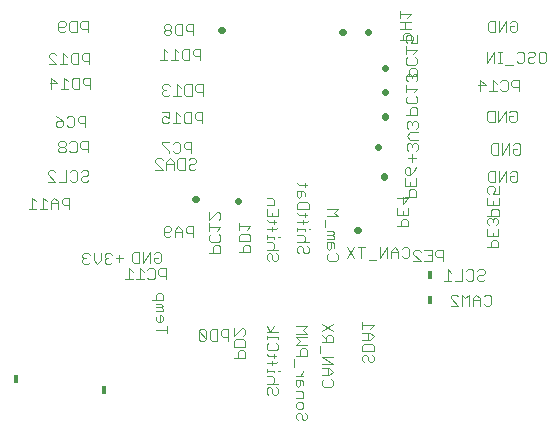
<source format=gbo>
G75*
%MOIN*%
%OFA0B0*%
%FSLAX25Y25*%
%IPPOS*%
%LPD*%
%AMOC8*
5,1,8,0,0,1.08239X$1,22.5*
%
%ADD10C,0.00300*%
%ADD11C,0.02200*%
%ADD12R,0.01800X0.03000*%
D10*
X0080215Y0097387D02*
X0082683Y0097387D01*
X0083898Y0097387D02*
X0086367Y0097387D01*
X0085132Y0097387D02*
X0085132Y0101090D01*
X0086367Y0099856D01*
X0087581Y0100473D02*
X0088198Y0101090D01*
X0089433Y0101090D01*
X0090050Y0100473D01*
X0090050Y0098004D01*
X0089433Y0097387D01*
X0088198Y0097387D01*
X0087581Y0098004D01*
X0091264Y0099238D02*
X0091881Y0098621D01*
X0093733Y0098621D01*
X0093733Y0097387D02*
X0093733Y0101090D01*
X0091881Y0101090D01*
X0091264Y0100473D01*
X0091264Y0099238D01*
X0091637Y0102770D02*
X0090403Y0102770D01*
X0089786Y0103387D01*
X0089786Y0104621D01*
X0091020Y0104621D01*
X0092254Y0105856D02*
X0092254Y0103387D01*
X0091637Y0102770D01*
X0088571Y0102770D02*
X0088571Y0106473D01*
X0086102Y0102770D01*
X0086102Y0106473D01*
X0084888Y0106473D02*
X0084888Y0102770D01*
X0083036Y0102770D01*
X0082419Y0103387D01*
X0082419Y0105856D01*
X0083036Y0106473D01*
X0084888Y0106473D01*
X0089786Y0105856D02*
X0090403Y0106473D01*
X0091637Y0106473D01*
X0092254Y0105856D01*
X0093678Y0111470D02*
X0093061Y0112087D01*
X0093061Y0114556D01*
X0093678Y0115173D01*
X0094913Y0115173D01*
X0095530Y0114556D01*
X0095530Y0113938D01*
X0094913Y0113321D01*
X0093061Y0113321D01*
X0093678Y0111470D02*
X0094913Y0111470D01*
X0095530Y0112087D01*
X0096744Y0111470D02*
X0096744Y0113938D01*
X0097979Y0115173D01*
X0099213Y0113938D01*
X0099213Y0111470D01*
X0099213Y0113321D02*
X0096744Y0113321D01*
X0100427Y0113321D02*
X0101045Y0112704D01*
X0102896Y0112704D01*
X0102896Y0111470D02*
X0102896Y0115173D01*
X0101045Y0115173D01*
X0100427Y0114556D01*
X0100427Y0113321D01*
X0108273Y0113620D02*
X0108273Y0116089D01*
X0108273Y0117304D02*
X0110742Y0119772D01*
X0111359Y0119772D01*
X0111976Y0119155D01*
X0111976Y0117921D01*
X0111359Y0117304D01*
X0111976Y0114855D02*
X0108273Y0114855D01*
X0108273Y0117304D02*
X0108273Y0119772D01*
X0111976Y0114855D02*
X0110742Y0113620D01*
X0111359Y0112406D02*
X0111976Y0111789D01*
X0111976Y0110555D01*
X0111359Y0109937D01*
X0108890Y0109937D01*
X0108273Y0110555D01*
X0108273Y0111789D01*
X0108890Y0112406D01*
X0110124Y0108723D02*
X0109507Y0108106D01*
X0109507Y0106254D01*
X0108273Y0106254D02*
X0111976Y0106254D01*
X0111976Y0108106D01*
X0111359Y0108723D01*
X0110124Y0108723D01*
X0118306Y0110132D02*
X0118306Y0111983D01*
X0118923Y0112600D01*
X0121392Y0112600D01*
X0122009Y0111983D01*
X0122009Y0110132D01*
X0118306Y0110132D01*
X0119540Y0108300D02*
X0119540Y0106448D01*
X0118306Y0106448D02*
X0122009Y0106448D01*
X0122009Y0108300D01*
X0121392Y0108917D01*
X0120157Y0108917D01*
X0119540Y0108300D01*
X0118306Y0113815D02*
X0118306Y0116283D01*
X0118306Y0115049D02*
X0122009Y0115049D01*
X0120774Y0113815D01*
X0127432Y0114104D02*
X0130518Y0114104D01*
X0131135Y0114721D01*
X0129901Y0115942D02*
X0129901Y0117177D01*
X0130518Y0116560D02*
X0128049Y0116560D01*
X0127432Y0117177D01*
X0127432Y0118398D02*
X0127432Y0120867D01*
X0127432Y0122081D02*
X0129901Y0122081D01*
X0129901Y0123932D01*
X0129284Y0124550D01*
X0127432Y0124550D01*
X0131135Y0120867D02*
X0131135Y0118398D01*
X0127432Y0118398D01*
X0129284Y0118398D02*
X0129284Y0119632D01*
X0129284Y0114721D02*
X0129284Y0113487D01*
X0129901Y0111649D02*
X0127432Y0111649D01*
X0127432Y0112266D02*
X0127432Y0111031D01*
X0127432Y0109817D02*
X0129284Y0109817D01*
X0129901Y0109200D01*
X0129901Y0107966D01*
X0129284Y0107348D01*
X0128667Y0106134D02*
X0128049Y0106134D01*
X0127432Y0105517D01*
X0127432Y0104282D01*
X0128049Y0103665D01*
X0129284Y0104282D02*
X0129284Y0105517D01*
X0128667Y0106134D01*
X0127432Y0107348D02*
X0131135Y0107348D01*
X0130518Y0106134D02*
X0131135Y0105517D01*
X0131135Y0104282D01*
X0130518Y0103665D01*
X0129901Y0103665D01*
X0129284Y0104282D01*
X0129901Y0111031D02*
X0129901Y0111649D01*
X0131135Y0111649D02*
X0131753Y0111649D01*
X0137659Y0112212D02*
X0139511Y0112212D01*
X0140128Y0111595D01*
X0140128Y0110360D01*
X0139511Y0109743D01*
X0138893Y0108529D02*
X0138276Y0108529D01*
X0137659Y0107912D01*
X0137659Y0106677D01*
X0138276Y0106060D01*
X0139511Y0106677D02*
X0139511Y0107912D01*
X0138893Y0108529D01*
X0137659Y0109743D02*
X0141362Y0109743D01*
X0140745Y0108529D02*
X0141362Y0107912D01*
X0141362Y0106677D01*
X0140745Y0106060D01*
X0140128Y0106060D01*
X0139511Y0106677D01*
X0140128Y0113426D02*
X0140128Y0114043D01*
X0137659Y0114043D01*
X0137659Y0113426D02*
X0137659Y0114661D01*
X0137659Y0116499D02*
X0140745Y0116499D01*
X0141362Y0117116D01*
X0140128Y0118337D02*
X0140128Y0119572D01*
X0140745Y0118954D02*
X0138276Y0118954D01*
X0137659Y0119572D01*
X0137659Y0120793D02*
X0137659Y0122644D01*
X0138276Y0123261D01*
X0140745Y0123261D01*
X0141362Y0122644D01*
X0141362Y0120793D01*
X0137659Y0120793D01*
X0138276Y0124476D02*
X0138893Y0125093D01*
X0138893Y0126944D01*
X0139511Y0126944D02*
X0137659Y0126944D01*
X0137659Y0125093D01*
X0138276Y0124476D01*
X0140128Y0125093D02*
X0140128Y0126327D01*
X0139511Y0126944D01*
X0140128Y0128159D02*
X0140128Y0129393D01*
X0140745Y0128776D02*
X0138276Y0128776D01*
X0137659Y0129393D01*
X0139511Y0117116D02*
X0139511Y0115882D01*
X0141362Y0114043D02*
X0141979Y0114043D01*
X0146880Y0114715D02*
X0146880Y0117183D01*
X0147498Y0118398D02*
X0151201Y0118398D01*
X0149966Y0119632D01*
X0151201Y0120867D01*
X0147498Y0120867D01*
X0147498Y0113500D02*
X0149349Y0113500D01*
X0149966Y0112883D01*
X0149349Y0112266D01*
X0147498Y0112266D01*
X0147498Y0111031D02*
X0149966Y0111031D01*
X0149966Y0111649D01*
X0149349Y0112266D01*
X0149349Y0109817D02*
X0147498Y0109817D01*
X0147498Y0107966D01*
X0148115Y0107348D01*
X0148732Y0107966D01*
X0148732Y0109817D01*
X0149349Y0109817D02*
X0149966Y0109200D01*
X0149966Y0107966D01*
X0150584Y0106134D02*
X0151201Y0105517D01*
X0151201Y0104282D01*
X0150584Y0103665D01*
X0148115Y0103665D01*
X0147498Y0104282D01*
X0147498Y0105517D01*
X0148115Y0106134D01*
X0154064Y0104547D02*
X0156533Y0108250D01*
X0157747Y0108250D02*
X0160216Y0108250D01*
X0158982Y0108250D02*
X0158982Y0104547D01*
X0156533Y0104547D02*
X0154064Y0108250D01*
X0161430Y0103930D02*
X0163899Y0103930D01*
X0165113Y0104547D02*
X0165113Y0108250D01*
X0167582Y0108250D02*
X0165113Y0104547D01*
X0167582Y0104547D02*
X0167582Y0108250D01*
X0168797Y0107015D02*
X0168797Y0104547D01*
X0168797Y0106398D02*
X0171265Y0106398D01*
X0171265Y0107015D02*
X0170031Y0108250D01*
X0168797Y0107015D01*
X0171265Y0107015D02*
X0171265Y0104547D01*
X0172480Y0105164D02*
X0173097Y0104547D01*
X0174331Y0104547D01*
X0174948Y0105164D01*
X0174948Y0107633D01*
X0174331Y0108250D01*
X0173097Y0108250D01*
X0172480Y0107633D01*
X0176279Y0106608D02*
X0176896Y0107225D01*
X0178130Y0107225D01*
X0178747Y0106608D01*
X0179962Y0107225D02*
X0182430Y0107225D01*
X0182430Y0103522D01*
X0179962Y0103522D01*
X0178747Y0103522D02*
X0176279Y0105991D01*
X0176279Y0106608D01*
X0176279Y0103522D02*
X0178747Y0103522D01*
X0181196Y0105373D02*
X0182430Y0105373D01*
X0183645Y0105373D02*
X0184262Y0104756D01*
X0186114Y0104756D01*
X0186114Y0103522D02*
X0186114Y0107225D01*
X0184262Y0107225D01*
X0183645Y0106608D01*
X0183645Y0105373D01*
X0187731Y0100702D02*
X0187731Y0096998D01*
X0186497Y0096998D02*
X0188966Y0096998D01*
X0190180Y0096998D02*
X0192649Y0096998D01*
X0192649Y0100702D01*
X0193863Y0100084D02*
X0194480Y0100702D01*
X0195715Y0100702D01*
X0196332Y0100084D01*
X0196332Y0097616D01*
X0195715Y0096998D01*
X0194480Y0096998D01*
X0193863Y0097616D01*
X0197546Y0097616D02*
X0198164Y0096998D01*
X0199398Y0096998D01*
X0200015Y0097616D01*
X0199398Y0098850D02*
X0198164Y0098850D01*
X0197546Y0098233D01*
X0197546Y0097616D01*
X0199398Y0098850D02*
X0200015Y0099467D01*
X0200015Y0100084D01*
X0199398Y0100702D01*
X0198164Y0100702D01*
X0197546Y0100084D01*
X0197298Y0092352D02*
X0196064Y0091118D01*
X0196064Y0088649D01*
X0194850Y0088649D02*
X0194850Y0092352D01*
X0193615Y0091118D01*
X0192381Y0092352D01*
X0192381Y0088649D01*
X0191166Y0088649D02*
X0188698Y0091118D01*
X0188698Y0091735D01*
X0189315Y0092352D01*
X0190549Y0092352D01*
X0191166Y0091735D01*
X0191166Y0088649D02*
X0188698Y0088649D01*
X0196064Y0090501D02*
X0198533Y0090501D01*
X0198533Y0091118D02*
X0197298Y0092352D01*
X0198533Y0091118D02*
X0198533Y0088649D01*
X0199747Y0089266D02*
X0200364Y0088649D01*
X0201599Y0088649D01*
X0202216Y0089266D01*
X0202216Y0091735D01*
X0201599Y0092352D01*
X0200364Y0092352D01*
X0199747Y0091735D01*
X0188966Y0099467D02*
X0187731Y0100702D01*
X0200837Y0108052D02*
X0204540Y0108052D01*
X0204540Y0109903D01*
X0203923Y0110521D01*
X0202688Y0110521D01*
X0202071Y0109903D01*
X0202071Y0108052D01*
X0202688Y0111735D02*
X0202688Y0112969D01*
X0200837Y0111735D02*
X0204540Y0111735D01*
X0204540Y0114204D01*
X0203923Y0115418D02*
X0204540Y0116035D01*
X0204540Y0117270D01*
X0203923Y0117887D01*
X0203306Y0117887D01*
X0202688Y0117270D01*
X0202071Y0117887D01*
X0201454Y0117887D01*
X0200837Y0117270D01*
X0200837Y0116035D01*
X0201454Y0115418D01*
X0200837Y0114204D02*
X0200837Y0111735D01*
X0202688Y0116653D02*
X0202688Y0117270D01*
X0202227Y0118538D02*
X0202227Y0120390D01*
X0202844Y0121007D01*
X0204078Y0121007D01*
X0204695Y0120390D01*
X0204695Y0118538D01*
X0200992Y0118538D01*
X0200992Y0122221D02*
X0200992Y0124690D01*
X0201609Y0125905D02*
X0200992Y0126522D01*
X0200992Y0127756D01*
X0201609Y0128373D01*
X0202844Y0128373D01*
X0203461Y0127756D01*
X0203461Y0127139D01*
X0202844Y0125905D01*
X0204695Y0125905D01*
X0204695Y0128373D01*
X0204813Y0129919D02*
X0204813Y0133622D01*
X0203599Y0133622D02*
X0201747Y0133622D01*
X0201130Y0133004D01*
X0201130Y0130536D01*
X0201747Y0129919D01*
X0203599Y0129919D01*
X0203599Y0133622D01*
X0207282Y0133622D02*
X0204813Y0129919D01*
X0207282Y0129919D02*
X0207282Y0133622D01*
X0208496Y0133004D02*
X0209113Y0133622D01*
X0210348Y0133622D01*
X0210965Y0133004D01*
X0210965Y0130536D01*
X0210348Y0129919D01*
X0209113Y0129919D01*
X0208496Y0130536D01*
X0208496Y0131770D01*
X0209730Y0131770D01*
X0210123Y0139007D02*
X0209506Y0139624D01*
X0209506Y0140858D01*
X0210740Y0140858D01*
X0211975Y0139624D02*
X0211357Y0139007D01*
X0210123Y0139007D01*
X0208291Y0139007D02*
X0208291Y0142710D01*
X0205823Y0139007D01*
X0205823Y0142710D01*
X0204608Y0142710D02*
X0202757Y0142710D01*
X0202140Y0142093D01*
X0202140Y0139624D01*
X0202757Y0139007D01*
X0204608Y0139007D01*
X0204608Y0142710D01*
X0209506Y0142093D02*
X0210123Y0142710D01*
X0211357Y0142710D01*
X0211975Y0142093D01*
X0211975Y0139624D01*
X0210098Y0149990D02*
X0208863Y0149990D01*
X0208246Y0150607D01*
X0208246Y0151842D01*
X0209481Y0151842D01*
X0210715Y0153076D02*
X0210098Y0153693D01*
X0208863Y0153693D01*
X0208246Y0153076D01*
X0207032Y0153693D02*
X0207032Y0149990D01*
X0204563Y0149990D02*
X0204563Y0153693D01*
X0203349Y0153693D02*
X0201497Y0153693D01*
X0200880Y0153076D01*
X0200880Y0150607D01*
X0201497Y0149990D01*
X0203349Y0149990D01*
X0203349Y0153693D01*
X0207032Y0153693D02*
X0204563Y0149990D01*
X0210098Y0149990D02*
X0210715Y0150607D01*
X0210715Y0153076D01*
X0211465Y0160209D02*
X0211465Y0163912D01*
X0209613Y0163912D01*
X0208996Y0163295D01*
X0208996Y0162060D01*
X0209613Y0161443D01*
X0211465Y0161443D01*
X0207781Y0160826D02*
X0207164Y0160209D01*
X0205930Y0160209D01*
X0205313Y0160826D01*
X0204098Y0160209D02*
X0201629Y0160209D01*
X0202864Y0160209D02*
X0202864Y0163912D01*
X0204098Y0162677D01*
X0205313Y0163295D02*
X0205930Y0163912D01*
X0207164Y0163912D01*
X0207781Y0163295D01*
X0207781Y0160826D01*
X0200415Y0162060D02*
X0197946Y0162060D01*
X0198563Y0160209D02*
X0198563Y0163912D01*
X0200415Y0162060D01*
X0200866Y0169639D02*
X0200866Y0173342D01*
X0203335Y0173342D02*
X0200866Y0169639D01*
X0203335Y0169639D02*
X0203335Y0173342D01*
X0204556Y0173342D02*
X0205791Y0173342D01*
X0205173Y0173342D02*
X0205173Y0169639D01*
X0204556Y0169639D02*
X0205791Y0169639D01*
X0207005Y0169022D02*
X0209474Y0169022D01*
X0210688Y0170256D02*
X0211305Y0169639D01*
X0212540Y0169639D01*
X0213157Y0170256D01*
X0213157Y0172725D01*
X0212540Y0173342D01*
X0211305Y0173342D01*
X0210688Y0172725D01*
X0214371Y0172725D02*
X0214989Y0173342D01*
X0216223Y0173342D01*
X0216840Y0172725D01*
X0216840Y0172107D01*
X0216223Y0171490D01*
X0214989Y0171490D01*
X0214371Y0170873D01*
X0214371Y0170256D01*
X0214989Y0169639D01*
X0216223Y0169639D01*
X0216840Y0170256D01*
X0218054Y0170256D02*
X0218054Y0172725D01*
X0218672Y0173342D01*
X0219906Y0173342D01*
X0220523Y0172725D01*
X0220523Y0170256D01*
X0219906Y0169639D01*
X0218672Y0169639D01*
X0218054Y0170256D01*
X0210335Y0179900D02*
X0209101Y0179900D01*
X0208484Y0180518D01*
X0208484Y0181752D01*
X0209718Y0181752D01*
X0210952Y0182986D02*
X0210335Y0183604D01*
X0209101Y0183604D01*
X0208484Y0182986D01*
X0207269Y0183604D02*
X0207269Y0179900D01*
X0204800Y0179900D02*
X0204800Y0183604D01*
X0203586Y0183604D02*
X0201734Y0183604D01*
X0201117Y0182986D01*
X0201117Y0180518D01*
X0201734Y0179900D01*
X0203586Y0179900D01*
X0203586Y0183604D01*
X0207269Y0183604D02*
X0204800Y0179900D01*
X0210335Y0179900D02*
X0210952Y0180518D01*
X0210952Y0182986D01*
X0177406Y0178753D02*
X0177406Y0176284D01*
X0175554Y0176284D01*
X0176171Y0177518D01*
X0176171Y0178136D01*
X0175554Y0178753D01*
X0174320Y0178753D01*
X0173703Y0178136D01*
X0173703Y0176901D01*
X0174320Y0176284D01*
X0173703Y0175070D02*
X0173703Y0172601D01*
X0173703Y0173835D02*
X0177406Y0173835D01*
X0176171Y0172601D01*
X0176789Y0171387D02*
X0177406Y0170769D01*
X0177406Y0169535D01*
X0176789Y0168918D01*
X0174320Y0168918D01*
X0173703Y0169535D01*
X0173703Y0170769D01*
X0174320Y0171387D01*
X0175554Y0167703D02*
X0174937Y0167086D01*
X0174937Y0165235D01*
X0175190Y0165869D02*
X0175808Y0165252D01*
X0175808Y0164635D01*
X0175808Y0165252D02*
X0176425Y0165869D01*
X0177042Y0165869D01*
X0177659Y0165252D01*
X0177659Y0164018D01*
X0177042Y0163400D01*
X0177406Y0165235D02*
X0177406Y0167086D01*
X0176789Y0167703D01*
X0175554Y0167703D01*
X0175190Y0165869D02*
X0174573Y0165869D01*
X0173956Y0165252D01*
X0173956Y0164018D01*
X0174573Y0163400D01*
X0173956Y0162186D02*
X0173956Y0159717D01*
X0173956Y0160952D02*
X0177659Y0160952D01*
X0176425Y0159717D01*
X0177042Y0158503D02*
X0177659Y0157886D01*
X0177659Y0156651D01*
X0177042Y0156034D01*
X0174573Y0156034D01*
X0173956Y0156651D01*
X0173956Y0157886D01*
X0174573Y0158503D01*
X0175808Y0154820D02*
X0175190Y0154203D01*
X0175190Y0152351D01*
X0173956Y0152351D02*
X0177659Y0152351D01*
X0177659Y0154203D01*
X0177042Y0154820D01*
X0175808Y0154820D01*
X0175280Y0150098D02*
X0174663Y0150098D01*
X0174046Y0149481D01*
X0174046Y0148247D01*
X0174663Y0147630D01*
X0175280Y0146415D02*
X0177749Y0146415D01*
X0177132Y0147630D02*
X0177749Y0148247D01*
X0177749Y0149481D01*
X0177132Y0150098D01*
X0176515Y0150098D01*
X0175898Y0149481D01*
X0175280Y0150098D01*
X0175898Y0149481D02*
X0175898Y0148864D01*
X0175280Y0146415D02*
X0174046Y0145181D01*
X0175280Y0143947D01*
X0177749Y0143947D01*
X0177132Y0142732D02*
X0176515Y0142732D01*
X0175898Y0142115D01*
X0175280Y0142732D01*
X0174663Y0142732D01*
X0174046Y0142115D01*
X0174046Y0140881D01*
X0174663Y0140263D01*
X0175898Y0139049D02*
X0175898Y0136580D01*
X0177132Y0137815D02*
X0174663Y0137815D01*
X0174711Y0134770D02*
X0175328Y0134153D01*
X0175328Y0132301D01*
X0174094Y0132301D01*
X0173477Y0132918D01*
X0173477Y0134153D01*
X0174094Y0134770D01*
X0174711Y0134770D01*
X0176563Y0133536D02*
X0175328Y0132301D01*
X0176563Y0133536D02*
X0177180Y0134770D01*
X0177180Y0131087D02*
X0177180Y0128618D01*
X0173477Y0128618D01*
X0173477Y0131087D01*
X0175328Y0129852D02*
X0175328Y0128618D01*
X0175328Y0127404D02*
X0174711Y0126787D01*
X0174711Y0124935D01*
X0174558Y0124378D02*
X0172707Y0122526D01*
X0172707Y0124995D01*
X0173477Y0124935D02*
X0177180Y0124935D01*
X0177180Y0126787D01*
X0176563Y0127404D01*
X0175328Y0127404D01*
X0174558Y0124378D02*
X0170855Y0124378D01*
X0170855Y0121312D02*
X0170855Y0118843D01*
X0174558Y0118843D01*
X0174558Y0121312D01*
X0172707Y0120077D02*
X0172707Y0118843D01*
X0172707Y0117629D02*
X0172089Y0117012D01*
X0172089Y0115160D01*
X0170855Y0115160D02*
X0174558Y0115160D01*
X0174558Y0117012D01*
X0173941Y0117629D01*
X0172707Y0117629D01*
X0177132Y0140263D02*
X0177749Y0140881D01*
X0177749Y0142115D01*
X0177132Y0142732D01*
X0175898Y0142115D02*
X0175898Y0141498D01*
X0177406Y0165235D02*
X0173703Y0165235D01*
X0172942Y0177107D02*
X0172942Y0178959D01*
X0173559Y0179576D01*
X0174794Y0179576D01*
X0175411Y0178959D01*
X0175411Y0177107D01*
X0171708Y0177107D01*
X0171708Y0180790D02*
X0175411Y0180790D01*
X0173559Y0180790D02*
X0173559Y0183259D01*
X0174176Y0184473D02*
X0175411Y0185708D01*
X0171708Y0185708D01*
X0171708Y0186942D02*
X0171708Y0184473D01*
X0171708Y0183259D02*
X0175411Y0183259D01*
X0204695Y0124690D02*
X0204695Y0122221D01*
X0200992Y0122221D01*
X0202844Y0122221D02*
X0202844Y0123456D01*
X0163031Y0082088D02*
X0161797Y0080853D01*
X0161797Y0079639D02*
X0159328Y0079639D01*
X0159328Y0080853D02*
X0159328Y0083322D01*
X0159328Y0082088D02*
X0163031Y0082088D01*
X0161797Y0079639D02*
X0163031Y0078405D01*
X0161797Y0077170D01*
X0159328Y0077170D01*
X0159945Y0075956D02*
X0162414Y0075956D01*
X0163031Y0075339D01*
X0163031Y0073487D01*
X0159328Y0073487D01*
X0159328Y0075339D01*
X0159945Y0075956D01*
X0161180Y0077170D02*
X0161180Y0079639D01*
X0160563Y0072273D02*
X0159945Y0072273D01*
X0159328Y0071655D01*
X0159328Y0070421D01*
X0159945Y0069804D01*
X0161180Y0070421D02*
X0161180Y0071655D01*
X0160563Y0072273D01*
X0162414Y0072273D02*
X0163031Y0071655D01*
X0163031Y0070421D01*
X0162414Y0069804D01*
X0161797Y0069804D01*
X0161180Y0070421D01*
X0149547Y0071518D02*
X0145844Y0071518D01*
X0149547Y0069049D01*
X0145844Y0069049D01*
X0145844Y0067834D02*
X0148312Y0067834D01*
X0149547Y0066600D01*
X0148312Y0065366D01*
X0145844Y0065366D01*
X0146461Y0064151D02*
X0145844Y0063534D01*
X0145844Y0062300D01*
X0146461Y0061683D01*
X0148930Y0061683D01*
X0149547Y0062300D01*
X0149547Y0063534D01*
X0148930Y0064151D01*
X0147695Y0065366D02*
X0147695Y0067834D01*
X0145227Y0072732D02*
X0145227Y0075201D01*
X0145844Y0076415D02*
X0149547Y0076415D01*
X0149547Y0078267D01*
X0148930Y0078884D01*
X0147695Y0078884D01*
X0147078Y0078267D01*
X0147078Y0076415D01*
X0147078Y0077649D02*
X0145844Y0078884D01*
X0145844Y0080098D02*
X0149547Y0082567D01*
X0149547Y0080098D02*
X0145844Y0082567D01*
X0140863Y0081758D02*
X0137160Y0081758D01*
X0137160Y0079289D02*
X0140863Y0079289D01*
X0139628Y0080524D01*
X0140863Y0081758D01*
X0140863Y0078075D02*
X0137160Y0078075D01*
X0138394Y0076840D01*
X0137160Y0075606D01*
X0140863Y0075606D01*
X0140246Y0074392D02*
X0139011Y0074392D01*
X0138394Y0073775D01*
X0138394Y0071923D01*
X0137160Y0071923D02*
X0140863Y0071923D01*
X0140863Y0073775D01*
X0140246Y0074392D01*
X0136543Y0070709D02*
X0136543Y0068240D01*
X0137160Y0065171D02*
X0139628Y0065171D01*
X0139628Y0066405D02*
X0139628Y0067022D01*
X0139628Y0066405D02*
X0138394Y0065171D01*
X0138394Y0063956D02*
X0138394Y0062105D01*
X0137777Y0061487D01*
X0137160Y0062105D01*
X0137160Y0063956D01*
X0139011Y0063956D01*
X0139628Y0063339D01*
X0139628Y0062105D01*
X0139011Y0060273D02*
X0137160Y0060273D01*
X0139011Y0060273D02*
X0139628Y0059656D01*
X0139628Y0057804D01*
X0137160Y0057804D01*
X0137777Y0056590D02*
X0137160Y0055973D01*
X0137160Y0054738D01*
X0137777Y0054121D01*
X0139011Y0054121D01*
X0139628Y0054738D01*
X0139628Y0055973D01*
X0139011Y0056590D01*
X0137777Y0056590D01*
X0137777Y0052907D02*
X0137160Y0052290D01*
X0137160Y0051055D01*
X0137777Y0050438D01*
X0139011Y0051055D02*
X0139011Y0052290D01*
X0138394Y0052907D01*
X0137777Y0052907D01*
X0139011Y0051055D02*
X0139628Y0050438D01*
X0140246Y0050438D01*
X0140863Y0051055D01*
X0140863Y0052290D01*
X0140246Y0052907D01*
X0131084Y0059630D02*
X0130466Y0059013D01*
X0129849Y0059013D01*
X0129232Y0059630D01*
X0129232Y0060864D01*
X0128615Y0061482D01*
X0127998Y0061482D01*
X0127380Y0060864D01*
X0127380Y0059630D01*
X0127998Y0059013D01*
X0131084Y0059630D02*
X0131084Y0060864D01*
X0130466Y0061482D01*
X0131084Y0062696D02*
X0127380Y0062696D01*
X0129232Y0062696D02*
X0129849Y0063313D01*
X0129849Y0064547D01*
X0129232Y0065165D01*
X0127380Y0065165D01*
X0127380Y0066379D02*
X0127380Y0067613D01*
X0127380Y0066996D02*
X0129849Y0066996D01*
X0129849Y0066379D01*
X0131084Y0066996D02*
X0131701Y0066996D01*
X0130466Y0069452D02*
X0131084Y0070069D01*
X0130466Y0069452D02*
X0127380Y0069452D01*
X0129232Y0068834D02*
X0129232Y0070069D01*
X0129849Y0071290D02*
X0129849Y0072524D01*
X0130466Y0071907D02*
X0127998Y0071907D01*
X0127380Y0072524D01*
X0127998Y0073745D02*
X0127380Y0074363D01*
X0127380Y0075597D01*
X0127998Y0076214D01*
X0127380Y0077428D02*
X0127380Y0078663D01*
X0127380Y0078046D02*
X0131084Y0078046D01*
X0131084Y0077428D01*
X0130466Y0076214D02*
X0131084Y0075597D01*
X0131084Y0074363D01*
X0130466Y0073745D01*
X0127998Y0073745D01*
X0128615Y0079884D02*
X0129849Y0081735D01*
X0128615Y0079884D02*
X0127380Y0081735D01*
X0127380Y0079884D02*
X0131084Y0079884D01*
X0120274Y0080474D02*
X0120274Y0079240D01*
X0119657Y0078623D01*
X0119657Y0077408D02*
X0117188Y0077408D01*
X0116571Y0076791D01*
X0116571Y0074940D01*
X0120274Y0074940D01*
X0120274Y0076791D01*
X0119657Y0077408D01*
X0120274Y0080474D02*
X0119657Y0081092D01*
X0119040Y0081092D01*
X0116571Y0078623D01*
X0116571Y0081092D01*
X0114556Y0080715D02*
X0112705Y0080715D01*
X0112087Y0080097D01*
X0112087Y0078863D01*
X0112705Y0078246D01*
X0114556Y0078246D01*
X0114556Y0077012D02*
X0114556Y0080715D01*
X0110873Y0080715D02*
X0110873Y0077012D01*
X0109021Y0077012D01*
X0108404Y0077629D01*
X0108404Y0080097D01*
X0109021Y0080715D01*
X0110873Y0080715D01*
X0107190Y0080097D02*
X0107190Y0077629D01*
X0104721Y0080097D01*
X0104721Y0077629D01*
X0105338Y0077012D01*
X0106573Y0077012D01*
X0107190Y0077629D01*
X0107190Y0080097D02*
X0106573Y0080715D01*
X0105338Y0080715D01*
X0104721Y0080097D01*
X0094176Y0080692D02*
X0090473Y0080692D01*
X0091090Y0083141D02*
X0090473Y0083758D01*
X0090473Y0084993D01*
X0091707Y0085610D02*
X0091707Y0083141D01*
X0091090Y0083141D02*
X0092324Y0083141D01*
X0092942Y0083758D01*
X0092942Y0084993D01*
X0092324Y0085610D01*
X0091707Y0085610D01*
X0090473Y0086824D02*
X0092942Y0086824D01*
X0092942Y0087442D01*
X0092324Y0088059D01*
X0092942Y0088676D01*
X0092324Y0089293D01*
X0090473Y0089293D01*
X0090473Y0090508D02*
X0090473Y0092359D01*
X0091090Y0092976D01*
X0092324Y0092976D01*
X0092942Y0092359D01*
X0092942Y0090508D01*
X0089239Y0090508D01*
X0090473Y0088059D02*
X0092324Y0088059D01*
X0094176Y0081927D02*
X0094176Y0079458D01*
X0081449Y0097387D02*
X0081449Y0101090D01*
X0082683Y0099856D01*
X0078281Y0103154D02*
X0078281Y0105623D01*
X0079515Y0104388D02*
X0077046Y0104388D01*
X0075832Y0103154D02*
X0075215Y0102537D01*
X0073980Y0102537D01*
X0073363Y0103154D01*
X0073363Y0103771D01*
X0073980Y0104388D01*
X0074598Y0104388D01*
X0073980Y0104388D02*
X0073363Y0105006D01*
X0073363Y0105623D01*
X0073980Y0106240D01*
X0075215Y0106240D01*
X0075832Y0105623D01*
X0072149Y0106240D02*
X0072149Y0103771D01*
X0070914Y0102537D01*
X0069680Y0103771D01*
X0069680Y0106240D01*
X0068466Y0105623D02*
X0067848Y0106240D01*
X0066614Y0106240D01*
X0065997Y0105623D01*
X0065997Y0105006D01*
X0066614Y0104388D01*
X0065997Y0103771D01*
X0065997Y0103154D01*
X0066614Y0102537D01*
X0067848Y0102537D01*
X0068466Y0103154D01*
X0067231Y0104388D02*
X0066614Y0104388D01*
X0061572Y0120946D02*
X0061572Y0124649D01*
X0059720Y0124649D01*
X0059103Y0124032D01*
X0059103Y0122798D01*
X0059720Y0122181D01*
X0061572Y0122181D01*
X0057888Y0122798D02*
X0055420Y0122798D01*
X0055420Y0123415D02*
X0055420Y0120946D01*
X0054205Y0120946D02*
X0051737Y0120946D01*
X0050522Y0120946D02*
X0048053Y0120946D01*
X0049288Y0120946D02*
X0049288Y0124649D01*
X0050522Y0123415D01*
X0052971Y0124649D02*
X0052971Y0120946D01*
X0054205Y0123415D02*
X0052971Y0124649D01*
X0055420Y0123415D02*
X0056654Y0124649D01*
X0057888Y0123415D01*
X0057888Y0120946D01*
X0058136Y0130008D02*
X0060605Y0130008D01*
X0060605Y0133711D01*
X0061819Y0133094D02*
X0062437Y0133711D01*
X0063671Y0133711D01*
X0064288Y0133094D01*
X0064288Y0130625D01*
X0063671Y0130008D01*
X0062437Y0130008D01*
X0061819Y0130625D01*
X0065503Y0130625D02*
X0066120Y0130008D01*
X0067354Y0130008D01*
X0067971Y0130625D01*
X0067354Y0131860D02*
X0066120Y0131860D01*
X0065503Y0131243D01*
X0065503Y0130625D01*
X0067354Y0131860D02*
X0067971Y0132477D01*
X0067971Y0133094D01*
X0067354Y0133711D01*
X0066120Y0133711D01*
X0065503Y0133094D01*
X0063412Y0139717D02*
X0062178Y0139717D01*
X0061561Y0140334D01*
X0060346Y0140334D02*
X0060346Y0140951D01*
X0059729Y0141569D01*
X0058495Y0141569D01*
X0057877Y0140951D01*
X0057877Y0140334D01*
X0058495Y0139717D01*
X0059729Y0139717D01*
X0060346Y0140334D01*
X0059729Y0141569D02*
X0060346Y0142186D01*
X0060346Y0142803D01*
X0059729Y0143420D01*
X0058495Y0143420D01*
X0057877Y0142803D01*
X0057877Y0142186D01*
X0058495Y0141569D01*
X0061561Y0142803D02*
X0062178Y0143420D01*
X0063412Y0143420D01*
X0064029Y0142803D01*
X0064029Y0140334D01*
X0063412Y0139717D01*
X0065244Y0141569D02*
X0065244Y0142803D01*
X0065861Y0143420D01*
X0067713Y0143420D01*
X0067713Y0139717D01*
X0067713Y0140951D02*
X0065861Y0140951D01*
X0065244Y0141569D01*
X0066871Y0148196D02*
X0066871Y0151899D01*
X0065020Y0151899D01*
X0064402Y0151282D01*
X0064402Y0150047D01*
X0065020Y0149430D01*
X0066871Y0149430D01*
X0063188Y0148813D02*
X0063188Y0151282D01*
X0062571Y0151899D01*
X0061336Y0151899D01*
X0060719Y0151282D01*
X0059505Y0150047D02*
X0057653Y0150047D01*
X0057036Y0149430D01*
X0057036Y0148813D01*
X0057653Y0148196D01*
X0058888Y0148196D01*
X0059505Y0148813D01*
X0059505Y0150047D01*
X0058270Y0151282D01*
X0057036Y0151899D01*
X0060719Y0148813D02*
X0061336Y0148196D01*
X0062571Y0148196D01*
X0063188Y0148813D01*
X0063019Y0160947D02*
X0062402Y0161564D01*
X0062402Y0164033D01*
X0063019Y0164650D01*
X0064871Y0164650D01*
X0064871Y0160947D01*
X0063019Y0160947D01*
X0061188Y0160947D02*
X0058719Y0160947D01*
X0059953Y0160947D02*
X0059953Y0164650D01*
X0061188Y0163415D01*
X0057505Y0162798D02*
X0055036Y0162798D01*
X0055653Y0160947D02*
X0055653Y0164650D01*
X0057505Y0162798D01*
X0057203Y0169106D02*
X0054734Y0169106D01*
X0057203Y0169106D02*
X0054734Y0171575D01*
X0054734Y0172192D01*
X0055351Y0172809D01*
X0056585Y0172809D01*
X0057203Y0172192D01*
X0059651Y0172809D02*
X0059651Y0169106D01*
X0058417Y0169106D02*
X0060886Y0169106D01*
X0062100Y0169723D02*
X0062100Y0172192D01*
X0062717Y0172809D01*
X0064569Y0172809D01*
X0064569Y0169106D01*
X0062717Y0169106D01*
X0062100Y0169723D01*
X0060886Y0171575D02*
X0059651Y0172809D01*
X0059729Y0179782D02*
X0058495Y0179782D01*
X0057877Y0180399D01*
X0057877Y0182868D01*
X0058495Y0183485D01*
X0059729Y0183485D01*
X0060346Y0182868D01*
X0060346Y0182250D01*
X0059729Y0181633D01*
X0057877Y0181633D01*
X0059729Y0179782D02*
X0060346Y0180399D01*
X0061561Y0180399D02*
X0061561Y0182868D01*
X0062178Y0183485D01*
X0064029Y0183485D01*
X0064029Y0179782D01*
X0062178Y0179782D01*
X0061561Y0180399D01*
X0065244Y0181633D02*
X0065861Y0181016D01*
X0067713Y0181016D01*
X0067713Y0179782D02*
X0067713Y0183485D01*
X0065861Y0183485D01*
X0065244Y0182868D01*
X0065244Y0181633D01*
X0066400Y0172809D02*
X0065783Y0172192D01*
X0065783Y0170958D01*
X0066400Y0170341D01*
X0068252Y0170341D01*
X0068252Y0169106D02*
X0068252Y0172809D01*
X0066400Y0172809D01*
X0066702Y0164650D02*
X0066085Y0164033D01*
X0066085Y0162798D01*
X0066702Y0162181D01*
X0068554Y0162181D01*
X0068554Y0160947D02*
X0068554Y0164650D01*
X0066702Y0164650D01*
X0090927Y0137699D02*
X0092162Y0137699D01*
X0092779Y0137082D01*
X0093993Y0136465D02*
X0093993Y0133996D01*
X0092779Y0133996D02*
X0090310Y0136465D01*
X0090310Y0137082D01*
X0090927Y0137699D01*
X0090310Y0133996D02*
X0092779Y0133996D01*
X0093993Y0135848D02*
X0096462Y0135848D01*
X0096462Y0136465D02*
X0095228Y0137699D01*
X0093993Y0136465D01*
X0096462Y0136465D02*
X0096462Y0133996D01*
X0097676Y0134613D02*
X0097676Y0137082D01*
X0098293Y0137699D01*
X0100145Y0137699D01*
X0100145Y0133996D01*
X0098293Y0133996D01*
X0097676Y0134613D01*
X0101359Y0134613D02*
X0101977Y0133996D01*
X0103211Y0133996D01*
X0103828Y0134613D01*
X0103211Y0135848D02*
X0101977Y0135848D01*
X0101359Y0135230D01*
X0101359Y0134613D01*
X0103211Y0135848D02*
X0103828Y0136465D01*
X0103828Y0137082D01*
X0103211Y0137699D01*
X0101977Y0137699D01*
X0101359Y0137082D01*
X0102275Y0139589D02*
X0102275Y0143292D01*
X0100423Y0143292D01*
X0099806Y0142675D01*
X0099806Y0141440D01*
X0100423Y0140823D01*
X0102275Y0140823D01*
X0098592Y0140206D02*
X0097974Y0139589D01*
X0096740Y0139589D01*
X0096123Y0140206D01*
X0094908Y0140206D02*
X0094908Y0139589D01*
X0094908Y0140206D02*
X0092440Y0142675D01*
X0092440Y0143292D01*
X0094908Y0143292D01*
X0096123Y0142675D02*
X0096740Y0143292D01*
X0097974Y0143292D01*
X0098592Y0142675D01*
X0098592Y0140206D01*
X0098559Y0149376D02*
X0096090Y0149376D01*
X0097325Y0149376D02*
X0097325Y0153079D01*
X0098559Y0151845D01*
X0099774Y0152462D02*
X0099774Y0149993D01*
X0100391Y0149376D01*
X0102242Y0149376D01*
X0102242Y0153079D01*
X0100391Y0153079D01*
X0099774Y0152462D01*
X0103457Y0152462D02*
X0103457Y0151228D01*
X0104074Y0150611D01*
X0105926Y0150611D01*
X0105926Y0149376D02*
X0105926Y0153079D01*
X0104074Y0153079D01*
X0103457Y0152462D01*
X0102398Y0158698D02*
X0100546Y0158698D01*
X0099929Y0159315D01*
X0099929Y0161784D01*
X0100546Y0162401D01*
X0102398Y0162401D01*
X0102398Y0158698D01*
X0104229Y0159932D02*
X0103612Y0160549D01*
X0103612Y0161784D01*
X0104229Y0162401D01*
X0106081Y0162401D01*
X0106081Y0158698D01*
X0106081Y0159932D02*
X0104229Y0159932D01*
X0098715Y0158698D02*
X0096246Y0158698D01*
X0097480Y0158698D02*
X0097480Y0162401D01*
X0098715Y0161166D01*
X0095031Y0161784D02*
X0094414Y0162401D01*
X0093180Y0162401D01*
X0092563Y0161784D01*
X0092563Y0161166D01*
X0093180Y0160549D01*
X0092563Y0159932D01*
X0092563Y0159315D01*
X0093180Y0158698D01*
X0094414Y0158698D01*
X0095031Y0159315D01*
X0093797Y0160549D02*
X0093180Y0160549D01*
X0092407Y0153079D02*
X0094876Y0153079D01*
X0094876Y0151228D01*
X0093642Y0151845D01*
X0093024Y0151845D01*
X0092407Y0151228D01*
X0092407Y0149993D01*
X0093024Y0149376D01*
X0094259Y0149376D01*
X0094876Y0149993D01*
X0095469Y0170582D02*
X0097938Y0170582D01*
X0096703Y0170582D02*
X0096703Y0174285D01*
X0097938Y0173051D01*
X0099152Y0173668D02*
X0099152Y0171199D01*
X0099769Y0170582D01*
X0101621Y0170582D01*
X0101621Y0174285D01*
X0099769Y0174285D01*
X0099152Y0173668D01*
X0102835Y0173668D02*
X0102835Y0172434D01*
X0103453Y0171817D01*
X0105304Y0171817D01*
X0105304Y0170582D02*
X0105304Y0174285D01*
X0103453Y0174285D01*
X0102835Y0173668D01*
X0102974Y0178816D02*
X0102974Y0182519D01*
X0101122Y0182519D01*
X0100505Y0181902D01*
X0100505Y0180668D01*
X0101122Y0180050D01*
X0102974Y0180050D01*
X0099291Y0178816D02*
X0099291Y0182519D01*
X0097439Y0182519D01*
X0096822Y0181902D01*
X0096822Y0179433D01*
X0097439Y0178816D01*
X0099291Y0178816D01*
X0095608Y0179433D02*
X0095608Y0180050D01*
X0094990Y0180668D01*
X0093756Y0180668D01*
X0093139Y0180050D01*
X0093139Y0179433D01*
X0093756Y0178816D01*
X0094990Y0178816D01*
X0095608Y0179433D01*
X0094990Y0180668D02*
X0095608Y0181285D01*
X0095608Y0181902D01*
X0094990Y0182519D01*
X0093756Y0182519D01*
X0093139Y0181902D01*
X0093139Y0181285D01*
X0093756Y0180668D01*
X0093020Y0174285D02*
X0093020Y0170582D01*
X0091786Y0170582D02*
X0094255Y0170582D01*
X0094255Y0173051D02*
X0093020Y0174285D01*
X0056305Y0133711D02*
X0056922Y0133094D01*
X0056305Y0133711D02*
X0055070Y0133711D01*
X0054453Y0133094D01*
X0054453Y0132477D01*
X0056922Y0130008D01*
X0054453Y0130008D01*
X0116571Y0071257D02*
X0120274Y0071257D01*
X0120274Y0073108D01*
X0119657Y0073725D01*
X0118423Y0073725D01*
X0117805Y0073108D01*
X0117805Y0071257D01*
D11*
X0157556Y0113984D02*
X0157796Y0113984D01*
X0166400Y0131477D02*
X0166400Y0131717D01*
X0164597Y0141648D02*
X0164357Y0141648D01*
X0166947Y0151656D02*
X0166947Y0151896D01*
X0166913Y0159709D02*
X0166913Y0159949D01*
X0166937Y0167758D02*
X0166937Y0167998D01*
X0161281Y0179996D02*
X0161041Y0179996D01*
X0152830Y0180008D02*
X0152590Y0180008D01*
X0112538Y0180436D02*
X0112298Y0180436D01*
X0117756Y0123687D02*
X0117756Y0123447D01*
X0103862Y0124034D02*
X0103622Y0124034D01*
D12*
X0043856Y0064192D03*
X0073052Y0060426D03*
X0181726Y0090662D03*
X0181765Y0098942D03*
M02*

</source>
